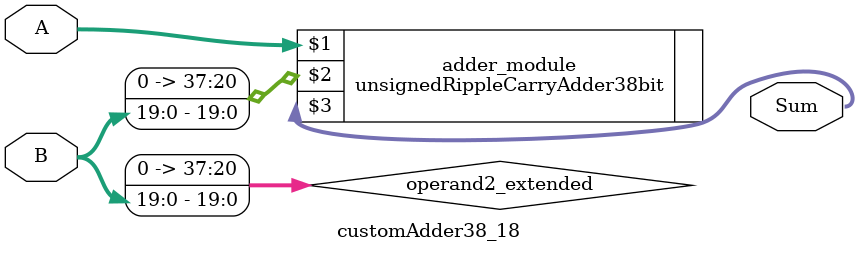
<source format=v>
module customAdder38_18(
                        input [37 : 0] A,
                        input [19 : 0] B,
                        
                        output [38 : 0] Sum
                );

        wire [37 : 0] operand2_extended;
        
        assign operand2_extended =  {18'b0, B};
        
        unsignedRippleCarryAdder38bit adder_module(
            A,
            operand2_extended,
            Sum
        );
        
        endmodule
        
</source>
